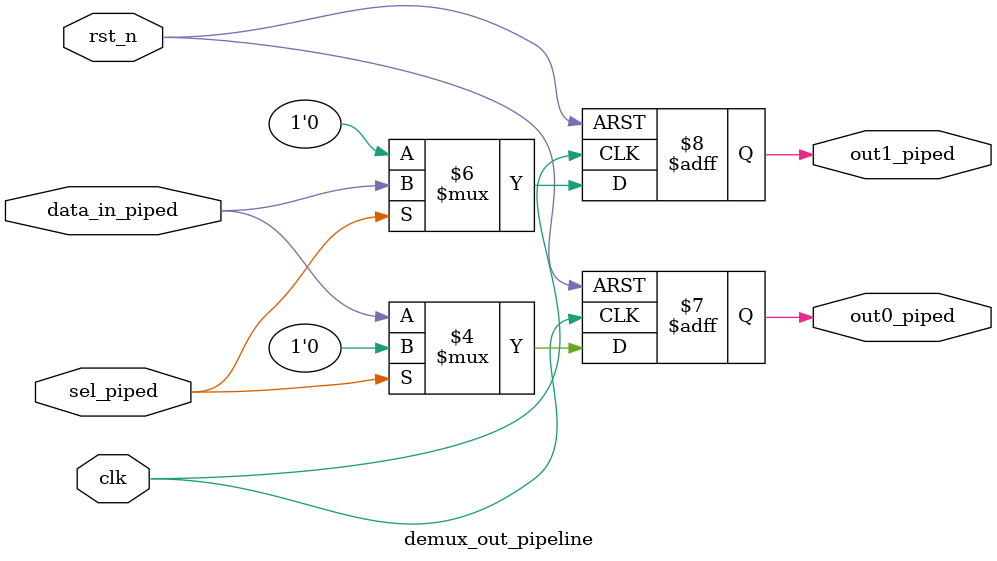
<source format=sv>
module basic_1to2_demux (
    input  wire clk,        // Clock for pipeline
    input  wire rst_n,      // Active-low synchronous reset
    input  wire data_in,    // Input data to be routed
    input  wire sel,        // Selection line
    output wire out0,       // Output line 0
    output wire out1        // Output line 1
);

    // Stage 1: Input and selection pipeline registers
    wire data_in_stage1;
    wire sel_stage1;

    // Stage 2: Demux output pipeline registers
    wire out0_stage2;
    wire out1_stage2;

    // Input pipeline register module
    pipeline_reg #(
        .WIDTH(2)
    ) u_pipeline_reg_stage1 (
        .clk    (clk),
        .rst_n  (rst_n),
        .din    ({data_in, sel}),
        .dout   ({data_in_stage1, sel_stage1})
    );

    // Demux logic and output pipeline register module
    demux_out_pipeline u_demux_out_pipeline (
        .clk             (clk),
        .rst_n           (rst_n),
        .data_in_piped   (data_in_stage1),
        .sel_piped       (sel_stage1),
        .out0_piped      (out0_stage2),
        .out1_piped      (out1_stage2)
    );

    // Output assignments
    assign out0 = out0_stage2;
    assign out1 = out1_stage2;

endmodule

// ---------------------------------------------------------------------------
// Module: pipeline_reg
// Function: Generic parameterized pipeline register for synchronous signals
// ---------------------------------------------------------------------------
module pipeline_reg #(
    parameter WIDTH = 1
)(
    input  wire              clk,
    input  wire              rst_n,
    input  wire [WIDTH-1:0]  din,
    output reg  [WIDTH-1:0]  dout
);
    always @(posedge clk or negedge rst_n) begin
        if (!rst_n) begin
            dout <= {WIDTH{1'b0}};
        end else begin
            dout <= din;
        end
    end
endmodule

// ---------------------------------------------------------------------------
// Module: demux_out_pipeline
// Function: 1-to-2 Demux logic followed by output pipeline register
// Inputs are pipelined data and sel
// ---------------------------------------------------------------------------
module demux_out_pipeline (
    input  wire clk,
    input  wire rst_n,
    input  wire data_in_piped,
    input  wire sel_piped,
    output reg  out0_piped,
    output reg  out1_piped
);
    always @(posedge clk or negedge rst_n) begin
        if (!rst_n) begin
            out0_piped <= 1'b0;
            out1_piped <= 1'b0;
        end else begin
            out0_piped <= (sel_piped == 1'b0) ? data_in_piped : 1'b0;
            out1_piped <= (sel_piped == 1'b1) ? data_in_piped : 1'b0;
        end
    end
endmodule
</source>
